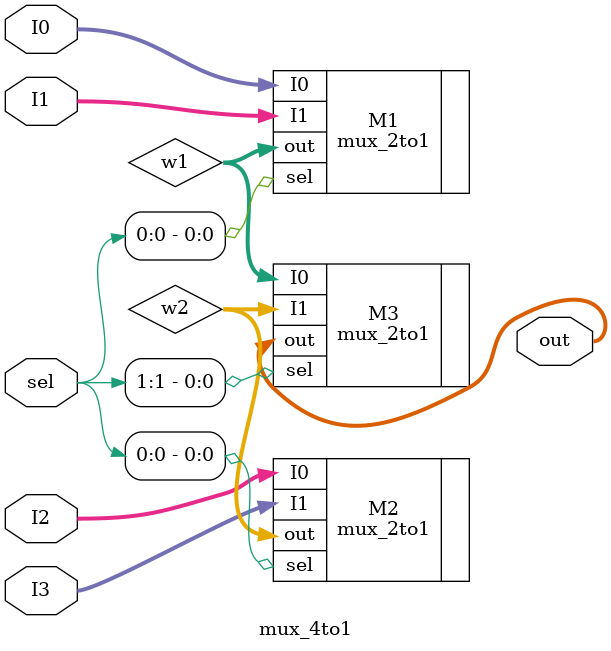
<source format=v>
`timescale 1ns / 1ps
module mux_4to1 #(parameter size=4 )
(input [size-1:0]I0,I1,I2,I3,
input [1:0]sel,
output [3:0]out);

wire [size-1:0]w1,w2;
mux_2to1 M1(.I0(I0) ,.I1(I1) ,.sel(sel[0]) ,.out(w1));
mux_2to1 M2(.I0(I2) ,.I1(I3) ,.sel(sel[0]) ,.out(w2));
mux_2to1 M3(.I0(w1) ,.I1(w2) ,.sel(sel[1]) ,.out(out));

endmodule

</source>
